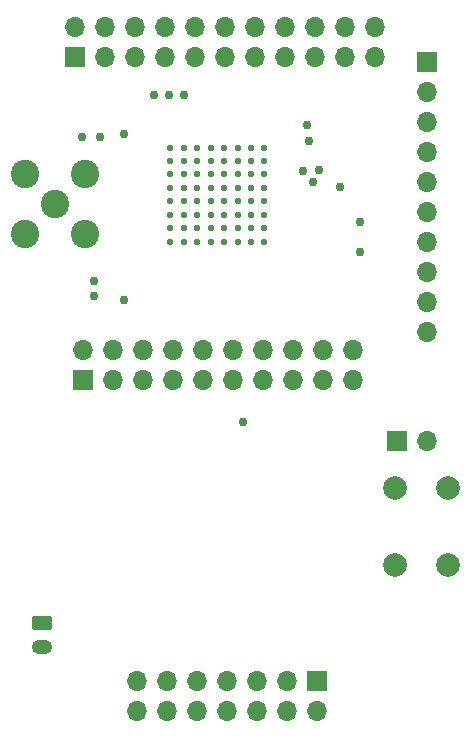
<source format=gbr>
%TF.GenerationSoftware,KiCad,Pcbnew,(6.0.7)*%
%TF.CreationDate,2022-09-29T10:24:13-07:00*%
%TF.ProjectId,sulu_ads1299,73756c75-5f61-4647-9331-3239392e6b69,rev?*%
%TF.SameCoordinates,Original*%
%TF.FileFunction,Soldermask,Bot*%
%TF.FilePolarity,Negative*%
%FSLAX46Y46*%
G04 Gerber Fmt 4.6, Leading zero omitted, Abs format (unit mm)*
G04 Created by KiCad (PCBNEW (6.0.7)) date 2022-09-29 10:24:13*
%MOMM*%
%LPD*%
G01*
G04 APERTURE LIST*
G04 Aperture macros list*
%AMRoundRect*
0 Rectangle with rounded corners*
0 $1 Rounding radius*
0 $2 $3 $4 $5 $6 $7 $8 $9 X,Y pos of 4 corners*
0 Add a 4 corners polygon primitive as box body*
4,1,4,$2,$3,$4,$5,$6,$7,$8,$9,$2,$3,0*
0 Add four circle primitives for the rounded corners*
1,1,$1+$1,$2,$3*
1,1,$1+$1,$4,$5*
1,1,$1+$1,$6,$7*
1,1,$1+$1,$8,$9*
0 Add four rect primitives between the rounded corners*
20,1,$1+$1,$2,$3,$4,$5,0*
20,1,$1+$1,$4,$5,$6,$7,0*
20,1,$1+$1,$6,$7,$8,$9,0*
20,1,$1+$1,$8,$9,$2,$3,0*%
G04 Aperture macros list end*
%ADD10C,0.762000*%
%ADD11R,1.700000X1.700000*%
%ADD12O,1.700000X1.700000*%
%ADD13C,0.568750*%
%ADD14C,2.000000*%
%ADD15C,2.400000*%
%ADD16RoundRect,0.250000X-0.625000X0.350000X-0.625000X-0.350000X0.625000X-0.350000X0.625000X0.350000X0*%
%ADD17O,1.750000X1.200000*%
G04 APERTURE END LIST*
D10*
%TO.C,J8*%
X98679000Y-87884000D03*
%TD*%
%TO.C,J19*%
X104648000Y-67564000D03*
%TD*%
%TO.C,J21*%
X108585000Y-70993000D03*
%TD*%
%TO.C,J10*%
X92456000Y-60198000D03*
%TD*%
%TO.C,J17*%
X103759000Y-66675000D03*
%TD*%
%TO.C,J22*%
X108585000Y-73533000D03*
%TD*%
%TO.C,J13*%
X88646000Y-63500000D03*
%TD*%
D11*
%TO.C,J7*%
X104962000Y-109855000D03*
D12*
X104962000Y-112395000D03*
X102422000Y-109855000D03*
X102422000Y-112395000D03*
X99882000Y-109855000D03*
X99882000Y-112395000D03*
X97342000Y-109855000D03*
X97342000Y-112395000D03*
X94802000Y-109855000D03*
X94802000Y-112395000D03*
X92262000Y-109855000D03*
X92262000Y-112395000D03*
X89722000Y-109855000D03*
X89722000Y-112395000D03*
%TD*%
D10*
%TO.C,J25*%
X88646000Y-77597000D03*
%TD*%
D13*
%TO.C,U5*%
X95951250Y-68069250D03*
X100501250Y-66931750D03*
X99363750Y-66931750D03*
X100501250Y-70344250D03*
X94813750Y-70344250D03*
X99363750Y-64656750D03*
X93676250Y-70344250D03*
X97088750Y-68069250D03*
X100501250Y-65794250D03*
X100501250Y-72619250D03*
X95951250Y-69206750D03*
X93676250Y-71481750D03*
X97088750Y-70344250D03*
X99363750Y-70344250D03*
X94813750Y-72619250D03*
X95951250Y-72619250D03*
X94813750Y-66931750D03*
X94813750Y-65794250D03*
X97088750Y-69206750D03*
X97088750Y-72619250D03*
X100501250Y-68069250D03*
X98226250Y-70344250D03*
X98226250Y-72619250D03*
X95951250Y-71481750D03*
X99363750Y-68069250D03*
X98226250Y-65794250D03*
X99363750Y-65794250D03*
X94813750Y-64656750D03*
X97088750Y-66931750D03*
X98226250Y-66931750D03*
X97088750Y-71481750D03*
X92538750Y-69206750D03*
X100501250Y-64656750D03*
X95951250Y-65794250D03*
X94813750Y-69206750D03*
X97088750Y-65794250D03*
X100501250Y-69206750D03*
X93676250Y-72619250D03*
X92538750Y-65794250D03*
X92538750Y-72619250D03*
X98226250Y-69206750D03*
X99363750Y-72619250D03*
X92538750Y-71481750D03*
X98226250Y-68069250D03*
X93676250Y-69206750D03*
X100501250Y-71481750D03*
X93676250Y-68069250D03*
X98226250Y-71481750D03*
X99363750Y-69206750D03*
X92538750Y-64656750D03*
X93676250Y-65794250D03*
X95951250Y-66931750D03*
X94813750Y-68069250D03*
X94813750Y-71481750D03*
X98226250Y-64656750D03*
X95951250Y-64656750D03*
X99363750Y-71481750D03*
X97088750Y-64656750D03*
X93676250Y-66931750D03*
X95951250Y-70344250D03*
X92538750Y-66931750D03*
X92538750Y-70344250D03*
X93676250Y-64656750D03*
X92538750Y-68069250D03*
%TD*%
D10*
%TO.C,J9*%
X91186000Y-60198000D03*
%TD*%
%TO.C,J20*%
X106934000Y-68021200D03*
%TD*%
D14*
%TO.C,SW1*%
X111542000Y-93524000D03*
X111542000Y-100024000D03*
X116042000Y-100024000D03*
X116042000Y-93524000D03*
%TD*%
D10*
%TO.C,J12*%
X104140000Y-62738000D03*
%TD*%
%TO.C,J16*%
X85090000Y-63754000D03*
%TD*%
%TO.C,J24*%
X86106000Y-77216000D03*
%TD*%
%TO.C,J15*%
X104267000Y-64135000D03*
%TD*%
%TO.C,J11*%
X93726000Y-60198000D03*
%TD*%
%TO.C,J23*%
X86106000Y-75946000D03*
%TD*%
%TO.C,J14*%
X86614000Y-63754000D03*
%TD*%
D15*
%TO.C,J1*%
X82804000Y-69469000D03*
X80264000Y-66929000D03*
X85344000Y-66929000D03*
X80264000Y-72009000D03*
X85344000Y-72009000D03*
%TD*%
D16*
%TO.C,J6*%
X81703000Y-104918000D03*
D17*
X81703000Y-106918000D03*
%TD*%
D10*
%TO.C,J18*%
X105156000Y-66548000D03*
%TD*%
D11*
%TO.C,J2*%
X111760000Y-89535000D03*
D12*
X114300000Y-89535000D03*
%TD*%
D11*
%TO.C,J3*%
X114300000Y-57404000D03*
D12*
X114300000Y-59944000D03*
X114300000Y-62484000D03*
X114300000Y-65024000D03*
X114300000Y-67564000D03*
X114300000Y-70104000D03*
X114300000Y-72644000D03*
X114300000Y-75184000D03*
X114300000Y-77724000D03*
X114300000Y-80264000D03*
%TD*%
D11*
%TO.C,J4*%
X85120000Y-84348000D03*
D12*
X85120000Y-81808000D03*
X87660000Y-84348000D03*
X87660000Y-81808000D03*
X90200000Y-84348000D03*
X90200000Y-81808000D03*
X92740000Y-84348000D03*
X92740000Y-81808000D03*
X95280000Y-84348000D03*
X95280000Y-81808000D03*
X97820000Y-84348000D03*
X97820000Y-81808000D03*
X100360000Y-84348000D03*
X100360000Y-81808000D03*
X102900000Y-84348000D03*
X102900000Y-81808000D03*
X105440000Y-84348000D03*
X105440000Y-81808000D03*
X107980000Y-84348000D03*
X107980000Y-81808000D03*
%TD*%
D11*
%TO.C,J5*%
X84455000Y-57023000D03*
D12*
X84455000Y-54483000D03*
X86995000Y-57023000D03*
X86995000Y-54483000D03*
X89535000Y-57023000D03*
X89535000Y-54483000D03*
X92075000Y-57023000D03*
X92075000Y-54483000D03*
X94615000Y-57023000D03*
X94615000Y-54483000D03*
X97155000Y-57023000D03*
X97155000Y-54483000D03*
X99695000Y-57023000D03*
X99695000Y-54483000D03*
X102235000Y-57023000D03*
X102235000Y-54483000D03*
X104775000Y-57023000D03*
X104775000Y-54483000D03*
X107315000Y-57023000D03*
X107315000Y-54483000D03*
X109855000Y-57023000D03*
X109855000Y-54483000D03*
%TD*%
M02*

</source>
